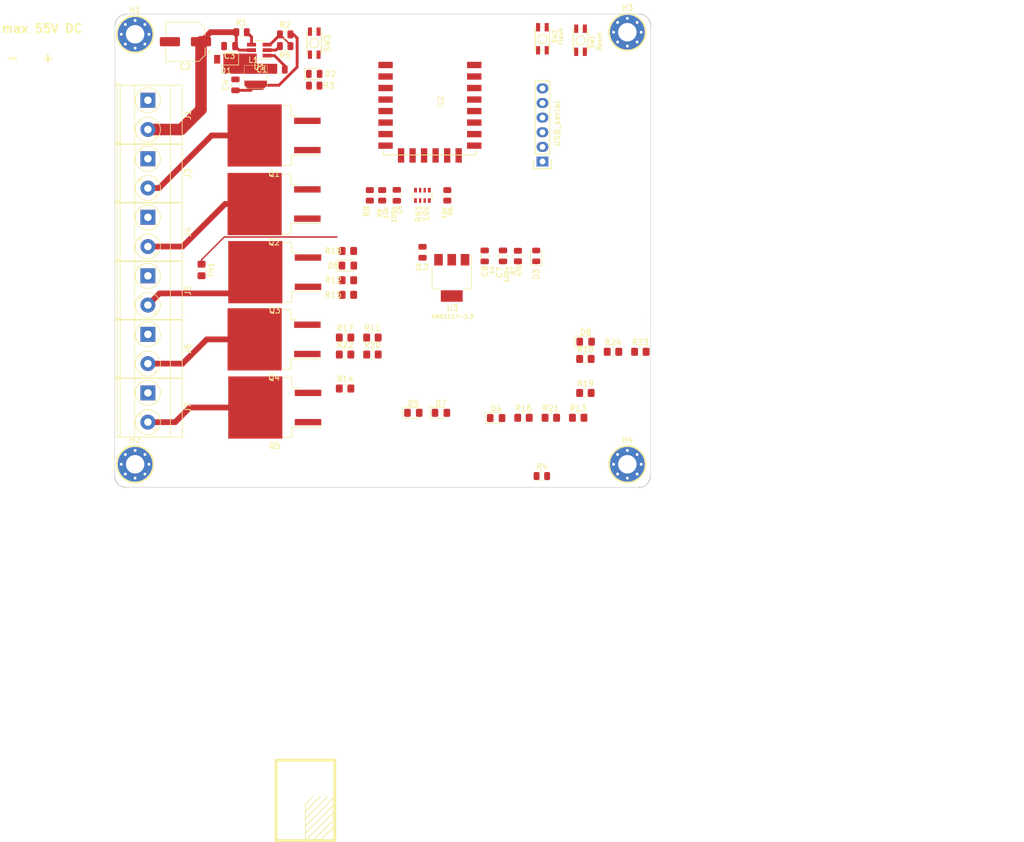
<source format=kicad_pcb>
(kicad_pcb (version 20211014) (generator pcbnew)
  (layers (0 "F.Cu" signal) (31 "B.Cu" signal) (34 "B.Paste" user) (35 "F.Paste" user) (36 "B.SilkS" user "B.Silkscreen") (37 "F.SilkS" user "F.Silkscreen") (38 "B.Mask" user) (39 "F.Mask" user) (44 "Edge.Cuts" user))
  (net 0 "")
  (net 1 "+3V3")
  (net 2 "GND")
  (net 3 "Net-(D2-Pad1)")
  (net 4 "VCC")
  (net 5 "Net-(D3-Pad1)")
  (net 6 "Chan_02")
  (net 7 "Net-(D4-Pad1)")
  (net 8 "Chan_01")
  (net 9 "Net-(D5-Pad1)")
  (net 10 "Chan_03")
  (net 11 "Net-(D6-Pad1)")
  (net 12 "Chan_05")
  (net 13 "Net-(D7-Pad1)")
  (net 14 "Chan_04")
  (net 15 "Net-(D8-Pad1)")
  (net 16 "Net-(J4-Pad2)")
  (net 17 "Net-(J5-Pad2)")
  (net 18 "Net-(J6-Pad2)")
  (net 19 "Net-(J7-Pad2)")
  (net 20 "Net-(Q3-Pad1)")
  (net 21 "Net-(R6-Pad2)")
  (net 22 "ADC_ON")
  (net 23 "ADC")
  (net 24 "Net-(RN1-Pad1)")
  (net 25 "Net-(RN1-Pad2)")
  (net 26 "Net-(RN1-Pad3)")
  (net 27 "RTS")
  (net 28 "RXD")
  (net 29 "TXD")
  (net 30 "CTS")
  (net 31 "Net-(RN1-Pad4)")
  (net 36 "+5V")
  (net 39 "/BST")
  (net 40 "Button")
  (net 41 "/SW")
  (net 42 "/EN")
  (net 43 "Net-(J3-Pad2)")
  (net 44 "/FB")
  (net 45 "Net-(Q1-Pad1)")
  (net 46 "Net-(Q2-Pad1)")
  (net 47 "Net-(Q4-Pad1)")
  (net 48 "Net-(Q5-Pad1)")
  (footprint "Resistor_SMD:R_0805_2012Metric_Pad1.20x1.40mm_HandSolder" (layer "F.Cu") (at 88.16 97.23)
    (fp_text reference "R22" (at 0 -1.65) (layer "F.SilkS"))
    (fp_text value "10k")
    (pad "1" smd roundrect (at -1 0) (size 1.2 1.4) (layers "F.Cu" "F.Paste" "F.Mask") (roundrect_rratio 0.208333) (net 2 "GND"))
    (pad "2" smd roundrect (at 1 0) (size 1.2 1.4) (layers "F.Cu" "F.Paste" "F.Mask") (roundrect_rratio 0.208333) (net 48 "Net-(Q5-Pad1)"))
  )
  (footprint "mycomponents:SW_SPST_MiniSMD" (layer "F.Cu") (at 128.778 42.672 90)
    (fp_text reference "SW1" (at -0.254 2.286 90) (layer "F.SilkS") (effects (font (size 0.75 0.75))))
    (fp_text value "Reset" (at -0.254 3.556 90) (layer "F.SilkS") (effects (font (size 0.75 0.75))))
    (pad "1" smd rect locked (at -2 -0.5 90) (size 1.45 0.7) (layers "F.Cu" "F.Paste" "F.Mask") (net 2 "GND"))
    (pad "1" smd rect locked (at 2 -0.5 90) (size 1.45 0.7) (layers "F.Cu" "F.Paste" "F.Mask") (net 2 "GND"))
    (pad "2" smd rect locked (at 2 1 90) (size 1.45 0.7) (layers "F.Cu" "F.Paste" "F.Mask") (net 24 "Net-(RN1-Pad1)"))
    (pad "2" smd rect locked (at -2 1 90) (size 1.45 0.7) (layers "F.Cu" "F.Paste" "F.Mask") (net 24 "Net-(RN1-Pad1)"))
  )
  (footprint "Package_TO_SOT_SMD:TO-263-2" (layer "F.Cu") (at 75.836 71.101 180)
    (fp_text reference "Q2" (at 0 -6.65) (layer "F.SilkS"))
    (fp_text value "DMTH6016LK3")
    (pad "1" smd rect (at -5.775 -2.54 180) (size 4.6 1.1) (layers "F.Cu" "F.Paste" "F.Mask") (net 46 "Net-(Q2-Pad1)"))
    (pad "2" smd rect (at 3.375 0 180) (size 9.4 10.8) (layers "F.Cu" "F.Mask") (net 16 "Net-(J4-Pad2)"))
    (pad "3" smd rect (at -5.775 2.54 180) (size 4.6 1.1) (layers "F.Cu" "F.Paste" "F.Mask") (net 2 "GND"))
  )
  (footprint "LED_SMD:LED_0805_2012Metric_Pad1.15x1.40mm_HandSolder" (layer "F.Cu") (at 104.801 107.349)
    (fp_text reference "D7" (at 0 -1.65) (layer "F.SilkS"))
    (fp_text value "red")
    (pad "1" smd roundrect (at -1.025 0) (size 1.15 1.4) (layers "F.Cu" "F.Paste" "F.Mask") (roundrect_rratio 0.217391) (net 13 "Net-(D7-Pad1)"))
    (pad "2" smd roundrect (at 1.025 0) (size 1.15 1.4) (layers "F.Cu" "F.Paste" "F.Mask") (roundrect_rratio 0.217391) (net 12 "Chan_05"))
  )
  (footprint "mycomponents:SW_SPST_MiniSMD" (layer "F.Cu") (at 122.159 42.41675 90)
    (fp_text reference "SW2" (at 0.381 2.413 90) (layer "F.SilkS") (effects (font (size 0.75 0.75))))
    (fp_text value "Flash" (at 0.381 3.429 90) (layer "F.SilkS") (effects (font (size 0.75 0.75))))
    (pad "1" smd rect locked (at -2 -0.5 90) (size 1.45 0.7) (layers "F.Cu" "F.Paste" "F.Mask") (net 2 "GND"))
    (pad "1" smd rect locked (at 2 -0.5 90) (size 1.45 0.7) (layers "F.Cu" "F.Paste" "F.Mask") (net 2 "GND"))
    (pad "2" smd rect locked (at 2 1 90) (size 1.45 0.7) (layers "F.Cu" "F.Paste" "F.Mask") (net 31 "Net-(RN1-Pad4)"))
    (pad "2" smd rect locked (at -2 1 90) (size 1.45 0.7) (layers "F.Cu" "F.Paste" "F.Mask") (net 31 "Net-(RN1-Pad4)"))
  )
  (footprint "LED_SMD:LED_0805_2012Metric_Pad1.15x1.40mm_HandSolder" (layer "F.Cu") (at 114.381 108.249)
    (fp_text reference "D4" (at 0 -1.65) (layer "F.SilkS"))
    (fp_text value "red")
    (pad "1" smd roundrect (at -1.025 0) (size 1.15 1.4) (layers "F.Cu" "F.Paste" "F.Mask") (roundrect_rratio 0.217391) (net 7 "Net-(D4-Pad1)"))
    (pad "2" smd roundrect (at 1.025 0) (size 1.15 1.4) (layers "F.Cu" "F.Paste" "F.Mask") (roundrect_rratio 0.217391) (net 6 "Chan_02"))
  )
  (footprint "mycomponents:SW_SPST_MiniSMD" (layer "F.Cu") (at 83.058 43.18 -90)
    (fp_text reference "SW3" (at 0 -2 90) (layer "F.SilkS"))
    (fp_text value "Button")
    (pad "1" smd rect locked (at 2 -0.5 270) (size 1.45 0.7) (layers "F.Cu" "F.Paste" "F.Mask") (net 40 "Button"))
    (pad "1" smd rect locked (at -2 -0.5 270) (size 1.45 0.7) (layers "F.Cu" "F.Paste" "F.Mask") (net 40 "Button"))
    (pad "2" smd rect locked (at -2 1 270) (size 1.45 0.7) (layers "F.Cu" "F.Paste" "F.Mask") (net 2 "GND"))
    (pad "2" smd rect locked (at 2 1 270) (size 1.45 0.7) (layers "F.Cu" "F.Paste" "F.Mask") (net 2 "GND"))
  )
  (footprint "Resistor_SMD:R_0805_2012Metric" (layer "F.Cu") (at 82.804 50.546)
    (fp_text reference "R3" (at 2.54 0) (layer "F.SilkS"))
    (fp_text value "470")
    (pad "1" smd roundrect (at -0.9125 0) (size 1.025 1.4) (layers "F.Cu" "F.Paste" "F.Mask") (roundrect_rratio 0.243902) (net 3 "Net-(D2-Pad1)"))
    (pad "2" smd roundrect (at 0.9125 0) (size 1.025 1.4) (layers "F.Cu" "F.Paste" "F.Mask") (roundrect_rratio 0.243902) (net 2 "GND"))
  )
  (footprint "TerminalBlock_Phoenix:TerminalBlock_Phoenix_MKDS-3-2-5.08_1x02_P5.08mm_Horizontal" (layer "F.Cu") (at 53.931 93.726 -90)
    (fp_text reference "J6" (at 2.54 -6.96 90) (layer "F.SilkS"))
    (fp_text value "Screw_Terminal_01x02")
    (pad "1" thru_hole rect (at 0 0 270) (size 2.6 2.6) (drill 1.3) (layers *.Cu *.Mask) (net 4 "VCC"))
    (pad "2" thru_hole circle (at 5.08 0 270) (size 2.6 2.6) (drill 1.3) (layers *.Cu *.Mask) (net 18 "Net-(J6-Pad2)"))
  )
  (footprint "Package_TO_SOT_SMD:SOT-23-6_Handsoldering" (layer "F.Cu") (at 73.271 44.389 180)
    (fp_text reference "U1" (at 0 -2.9) (layer "F.SilkS"))
    (fp_text value "MP2459")
    (pad "1" smd rect (at -1.35 -0.95 180) (size 1.56 0.65) (layers "F.Cu" "F.Paste" "F.Mask") (net 39 "/BST"))
    (pad "2" smd rect (at -1.35 0 180) (size 1.56 0.65) (layers "F.Cu" "F.Paste" "F.Mask") (net 2 "GND"))
    (pad "3" smd rect (at -1.35 0.95 180) (size 1.56 0.65) (layers "F.Cu" "F.Paste" "F.Mask") (net 44 "/FB"))
    (pad "4" smd rect (at 1.35 0.95 180) (size 1.56 0.65) (layers "F.Cu" "F.Paste" "F.Mask") (net 42 "/EN"))
    (pad "5" smd rect (at 1.35 0 180) (size 1.56 0.65) (layers "F.Cu" "F.Paste" "F.Mask") (net 4 "VCC"))
    (pad "6" smd rect (at 1.35 -0.95 180) (size 1.56 0.65) (layers "F.Cu" "F.Paste" "F.Mask") (net 41 "/SW"))
  )
  (footprint "Resistor_SMD:R_0805_2012Metric" (layer "F.Cu") (at 70.187 41.275)
    (fp_text reference "R1" (at 0 -1.65) (layer "F.SilkS"))
    (fp_text value "rf")
    (pad "1" smd roundrect (at -0.9125 0) (size 1.025 1.4) (layers "F.Cu" "F.Paste" "F.Mask") (roundrect_rratio 0.243902) (net 4 "VCC"))
    (pad "2" smd roundrect (at 0.9125 0) (size 1.025 1.4) (layers "F.Cu" "F.Paste" "F.Mask") (roundrect_rratio 0.243902) (net 42 "/EN"))
  )
  (footprint "TerminalBlock_Phoenix:TerminalBlock_Phoenix_MKDS-3-2-5.08_1x02_P5.08mm_Horizontal" (layer "F.Cu") (at 53.931 63.246 -90)
    (fp_text reference "J3" (at 2.54 -6.96 90) (layer "F.SilkS"))
    (fp_text value "Screw_Terminal_01x02")
    (pad "1" thru_hole rect (at 0 0 270) (size 2.6 2.6) (drill 1.3) (layers *.Cu *.Mask) (net 4 "VCC"))
    (pad "2" thru_hole circle (at 5.08 0 270) (size 2.6 2.6) (drill 1.3) (layers *.Cu *.Mask) (net 43 "Net-(J3-Pad2)"))
  )
  (footprint "Capacitor_SMD:C_0805_2012Metric" (layer "F.Cu") (at 115.57 80.112 -90)
    (fp_text reference "C7" (at 2.836 0.584 90) (layer "F.SilkS"))
    (fp_text value "100n" (at 3.217 -0.686 90) (layer "F.SilkS") (effects (font (size 0.75 0.75))))
    (pad "1" smd roundrect (at -0.95 0 270) (size 1 1.45) (layers "F.Cu" "F.Paste" "F.Mask") (net 1 "+3V3"))
    (pad "2" smd roundrect (at 0.95 0 270) (size 1 1.45) (layers "F.Cu" "F.Paste" "F.Mask") (net 2 "GND"))
  )
  (footprint "TerminalBlock_Phoenix:TerminalBlock_Phoenix_MKDS-3-2-5.08_1x02_P5.08mm_Horizontal" (layer "F.Cu") (at 53.931 103.886 -90)
    (fp_text reference "J7" (at 2.54 -6.96 90) (layer "F.SilkS"))
    (fp_text value "Screw_Terminal_01x02")
    (pad "1" thru_hole rect (at 0 0 270) (size 2.6 2.6) (drill 1.3) (layers *.Cu *.Mask) (net 4 "VCC"))
    (pad "2" thru_hole circle (at 5.08 0 270) (size 2.6 2.6) (drill 1.3) (layers *.Cu *.Mask) (net 19 "Net-(J7-Pad2)"))
  )
  (footprint "TerminalBlock_Phoenix:TerminalBlock_Phoenix_MKDS-3-2-5.08_1x02_P5.08mm_Horizontal" (layer "F.Cu") (at 53.931 73.406 -90)
    (fp_text reference "J4" (at 2.54 -6.96 90) (layer "F.SilkS"))
    (fp_text value "Screw_Terminal_01x02")
    (pad "1" thru_hole rect (at 0 0 270) (size 2.6 2.6) (drill 1.3) (layers *.Cu *.Mask) (net 4 "VCC"))
    (pad "2" thru_hole circle (at 5.08 0 270) (size 2.6 2.6) (drill 1.3) (layers *.Cu *.Mask) (net 16 "Net-(J4-Pad2)"))
  )
  (footprint "Package_TO_SOT_SMD:TO-263-2" (layer "F.Cu") (at 75.951 106.426 180)
    (fp_text reference "Q5" (at 0 -6.65) (layer "F.SilkS"))
    (fp_text value "DMTH6016LK3")
    (pad "1" smd rect (at -5.775 -2.54 180) (size 4.6 1.1) (layers "F.Cu" "F.Paste" "F.Mask") (net 48 "Net-(Q5-Pad1)"))
    (pad "2" smd rect (at 3.375 0 180) (size 9.4 10.8) (layers "F.Cu" "F.Mask") (net 19 "Net-(J7-Pad2)"))
    (pad "3" smd rect (at -5.775 2.54 180) (size 4.6 1.1) (layers "F.Cu" "F.Paste" "F.Mask") (net 2 "GND"))
  )
  (footprint "Capacitor_SMD:C_0805_2012Metric" (layer "F.Cu") (at 69.127 50.419 90)
    (fp_text reference "C4" (at 0 -1.68 90) (layer "F.SilkS"))
    (fp_text value "100n")
    (pad "1" smd roundrect (at -0.95 0 90) (size 1 1.45) (layers "F.Cu" "F.Paste" "F.Mask") (net 36 "+5V"))
    (pad "2" smd roundrect (at 0.95 0 90) (size 1 1.45) (layers "F.Cu" "F.Paste" "F.Mask") (net 2 "GND"))
  )
  (footprint "Resistor_SMD:R_0805_2012Metric" (layer "F.Cu") (at 77.763 43.688 180)
    (fp_text reference "R5" (at 0 -1.65) (layer "F.SilkS"))
    (fp_text value "rf")
    (pad "1" smd roundrect (at -0.9125 0 180) (size 1.025 1.4) (layers "F.Cu" "F.Paste" "F.Mask") (roundrect_rratio 0.243902) (net 44 "/FB"))
    (pad "2" smd roundrect (at 0.9125 0 180) (size 1.025 1.4) (layers "F.Cu" "F.Paste" "F.Mask") (roundrect_rratio 0.243902) (net 2 "GND"))
  )
  (footprint "Resistor_SMD:R_0805_2012Metric_Pad1.20x1.40mm_HandSolder" (layer "F.Cu") (at 129.876 97.994)
    (fp_text reference "R10" (at 0 -1.65) (layer "F.SilkS"))
    (fp_text value "22R")
    (pad "1" smd roundrect (at -1 0) (size 1.2 1.4) (layers "F.Cu" "F.Paste" "F.Mask") (roundrect_rratio 0.208333) (net 6 "Chan_02"))
    (pad "2" smd roundrect (at 1 0) (size 1.2 1.4) (layers "F.Cu" "F.Paste" "F.Mask") (roundrect_rratio 0.208333) (net 45 "Net-(Q1-Pad1)"))
  )
  (footprint "Resistor_SMD:R_0805_2012Metric_Pad1.20x1.40mm_HandSolder" (layer "F.Cu") (at 134.666 96.754)
    (fp_text reference "R24" (at 0 -1.65) (layer "F.SilkS"))
    (fp_text value "440")
    (pad "1" smd roundrect (at -1 0) (size 1.2 1.4) (layers "F.Cu" "F.Paste" "F.Mask") (roundrect_rratio 0.208333) (net 2 "GND"))
    (pad "2" smd roundrect (at 1 0) (size 1.2 1.4) (layers "F.Cu" "F.Paste" "F.Mask") (roundrect_rratio 0.208333) (net 15 "Net-(D8-Pad1)"))
  )
  (footprint "mycomponents:MountingHole_3.2mm_M3_Pad_Via_star" (layer "F.Cu") (at 137.16 116.28)
    (fp_text reference "H4" (at 0 -4.2) (layer "F.SilkS"))
    (fp_text value "MountingHole_Pad")
    (pad "" thru_hole circle locked (at 0 -2.4) (size 0.8 0.8) (drill 0.5) (layers *.Cu *.Mask))
    (pad "" thru_hole circle locked (at 1.697056 1.697056) (size 0.8 0.8) (drill 0.5) (layers *.Cu *.Mask))
    (pad "" thru_hole circle locked (at -2.4 0) (size 0.8 0.8) (drill 0.5) (layers *.Cu *.Mask))
    (pad "" thru_hole circle locked (at -1.697056 -1.697056) (size 0.8 0.8) (drill 0.5) (layers *.Cu *.Mask))
    (pad "" thru_hole circle locked (at 1.697056 -1.697056) (size 0.8 0.8) (drill 0.5) (layers *.Cu *.Mask))
    (pad "" thru_hole circle locked (at 0 2.4) (size 0.8 0.8) (drill 0.5) (layers *.Cu *.Mask))
    (pad "" thru_hole circle locked (at 2.4 0) (size 0.8 0.8) (drill 0.5) (layers *.Cu *.Mask))
    (pad "" thru_hole circle locked (at -1.697056 1.697056) (size 0.8 0.8) (drill 0.5) (layers *.Cu *.Mask))
    (pad "1" thru_hole circle locked (at 0 0) (size 6 6) (drill 3.2) (layers *.Cu) (net 2 "GND"))
  )
  (footprint "Capacitor_SMD:C_0805_2012Metric" (layer "F.Cu") (at 68.111 43.688 180)
    (fp_text reference "C3" (at 0 -1.68) (layer "F.SilkS"))
    (fp_text value "4.7u")
    (pad "1" smd roundrect (at -0.95 0 180) (size 1 1.45) (layers "F.Cu" "F.Paste" "F.Mask") (net 4 "VCC"))
    (pad "2" smd roundrect (at 0.95 0 180) (size 1 1.45) (layers "F.Cu" "F.Paste" "F.Mask") (net 2 "GND"))
  )
  (footprint "ESP8266:ESP-12E_SMD" (layer "F.Cu") (at 95.885 46.9665)
    (fp_text reference "U2" (at 8.89 6.35 90) (layer "F.SilkS"))
    (fp_text value "ESP-12E" hide)
    (pad "1" smd rect (at 0 0) (size 2.5 1.1) (drill (offset -0.7 0)) (layers "F.Cu" "F.Paste" "F.Mask") (net 24 "Net-(RN1-Pad1)"))
    (pad "2" smd rect (at 0 2) (size 2.5 1.1) (drill (offset -0.7 0)) (layers "F.Cu" "F.Paste" "F.Mask") (net 23 "ADC"))
    (pad "3" smd rect (at 0 4) (size 2.5 1.1) (drill (offset -0.7 0)) (layers "F.Cu" "F.Paste" "F.Mask") (net 25 "Net-(RN1-Pad2)"))
    (pad "4" smd rect (at 0 6) (size 2.5 1.1) (drill (offset -0.7 0)) (layers "F.Cu" "F.Paste" "F.Mask") (net 40 "Button"))
    (pad "5" smd rect (at 0 8) (size 2.5 1.1) (drill (offset -0.7 0)) (layers "F.Cu" "F.Paste" "F.Mask") (net 8 "Chan_01"))
    (pad "6" smd rect (at 0 10) (size 2.5 1.1) (drill (offset -0.7 0)) (layers "F.Cu" "F.Paste" "F.Mask") (net 6 "Chan_02"))
    (pad "7" smd rect (at 0 12) (size 2.5 1.1) (drill (offset -0.7 0)) (layers "F.Cu" "F.Paste" "F.Mask") (net 10 "Chan_03"))
    (pad "8" smd rect (at 0 14) (size 2.5 1.1) (drill (offset -0.7 0)) (layers "F.Cu" "F.Paste" "F.Mask") (net 1 "+3V3"))
    (pad "9" smd rect (at 14 14) (size 2.5 1.1) (drill (offset 0.7 0)) (layers "F.Cu" "F.Paste" "F.Mask") (net 2 "GND"))
    (pad "10" smd rect (at 14 12) (size 2.5 1.1) (drill (offset 0.7 0)) (layers "F.Cu" "F.Paste" "F.Mask") (net 21 "Net-(R6-Pad2)"))
    (pad "11" smd rect (at 14 10) (size 2.5 1.1) (drill (offset 0.7 0)) (layers "F.Cu" "F.Paste" "F.Mask") (net 26 "Net-(RN1-Pad3)"))
    (pad "12" smd rect (at 14 8) (size 2.5 1.1) (drill (offset 0.7 0)) (layers "F.Cu" "F.Paste" "F.Mask") (net 31 "Net-(RN1-Pad4)"))
    (pad "13" smd rect (at 14 6) (size 2.5 1.1) (drill (offset 0.7 0)) (layers "F.Cu" "F.Paste" "F.Mask") (net 12 "Chan_05"))
    (pad "14" smd rect (at 14 4) (size 2.5 1.1) (drill (offset 0.7 0)) (layers "F.Cu" "F.Paste" "F.Mask") (net 22 "ADC_ON"))
    (pad "15" smd rect (at 14 2) (size 2.5 1.1) (drill (offset 0.7 0)) (layers "F.Cu" "F.Paste" "F.Mask") (net 28 "RXD"))
    (pad "16" smd rect (at 14 0) (size 2.5 1.1) (drill (offset 0.7 0)) (layers "F.Cu" "F.Paste" "F.Mask") (net 29 "TXD"))
    (pad "17" smd rect (at 1.99 15 90) (size 2.5 1.1) (drill (offset -0.7 0)) (layers "F.Cu" "F.Paste" "F.Mask"))
    (pad "18" smd rect (at 3.99 15 90) (size 2.5 1.1) (drill (offset -0.7 0)) (layers "F.Cu" "F.Paste" "F.Mask"))
    (pad "19" smd rect (at 5.99 15 90) (size 2.5 1.1) (drill (offset -0.7 0)) (layers "F.Cu" "F.Paste" "F.Mask"))
    (pad "20" smd rect (at 7.99 15 90) (size 2.5 1.1) (drill (offset -0.7 0)) (layers "F.Cu" "F.Paste" "F.Mask"))
    (pad "21" smd rect (at 9.99 15 90) (size 2.5 1.1) (drill (offset -0.7 0)) (layers "F.Cu" "F.Paste" "F.Mask"))
    (pad "22" smd rect (at 11.99 15 90) (size 2.5 1.1) (drill (offset -0.7 0)) (layers "F.Cu" "F.Paste" "F.Mask"))
  )
  (footprint "mycomponents:Pin_Header_Straight_1x06_smaller" (layer "F.Cu") (at 122.428 63.726 180)
    (fp_text reference "J2" hide)
    (fp_text value "USB_serial" (at -2.54 6.576 90) (layer "F.SilkS"))
    (pad "1" thru_hole rect locked (at 0 0 180) (size 2.032 1.7272) (drill 1.016) (layers *.Cu *.Mask) (net 27 "RTS"))
    (pad "2" thru_hole oval locked (at 0 2.54 180) (size 2.032 1.7272) (drill 1.016) (layers *.Cu *.Mask) (net 28 "RXD"))
    (pad "3" thru_hole oval locked (at 0 5.08 180) (size 2.032 1.7272) (drill 1.016) (layers *.Cu *.Mask) (net 29 "TXD"))
    (pad "4" thru_hole oval locked (at 0 7.62 180) (size 2.032 1.7272) (drill 1.016) (layers *.Cu *.Mask) (net 1 "+3V3"))
    (pad "5" thru_hole oval locked (at 0 10.16 180) (size 2.032 1.7272) (drill 1.016) (layers *.Cu *.Mask) (net 30 "CTS"))
    (pad "6" thru_hole oval locked (at 0 12.7 180) (size 2.032 1.7272) (drill 1.016) (layers *.Cu *.Mask) (net 2 "GND"))
  )
  (footprint "Capacitor_SMD:C_0805_2012Metric" (layer "F.Cu") (at 101.6 79.477 -90)
    (fp_text reference "C6" (at 2.54 0.635 90) (layer "F.SilkS") (effects (font (size 0.7 0.7))))
    (fp_text value "1u" (at 2.54 -0.508 90) (layer "F.SilkS") (effects (font (size 0.75 0.75))))
    (pad "1" smd roundrect (at -0.95 0 270) (size 1 1.45) (layers "F.Cu" "F.Paste" "F.Mask") (net 36 "+5V"))
    (pad "2" smd roundrect (at 0.95 0 270) (size 1 1.45) (layers "F.Cu" "F.Paste" "F.Mask") (net 2 "GND"))
  )
  (footprint "Capacitor_SMD:C_0805_2012Metric" (layer "F.Cu") (at 97.14 69.59475 -90)
    (fp_text reference "C5" (at 2.54 -0.508 90) (layer "F.SilkS") (effects (font (size 0.75 0.75))))
    (fp_text value "100n" (at 3.302 0.508 90) (layer "F.SilkS") (effects (font (size 0.75 0.75))))
    (pad "1" smd roundrect (at -0.95 0 270) (size 1 1.45) (layers "F.Cu" "F.Paste" "F.Mask") (net 1 "+3V3"))
    (pad "2" smd roundrect (at 0.95 0 270) (size 1 1.45) (layers "F.Cu" "F.Paste" "F.Mask") (net 2 "GND"))
  )
  (footprint "Resistor_SMD:R_0805_2012Metric_Pad1.20x1.40mm_HandSolder" (layer "F.Cu") (at 63.246 82.55 -90)
    (fp_text reference "TH1" (at 0 -1.65 90) (layer "F.SilkS"))
    (fp_text value "NCP21WF104J03RA")
    (pad "1" smd roundrect (at -1 0 270) (size 1.2 1.4) (layers "F.Cu" "F.Paste" "F.Mask") (roundrect_rratio 0.208333) (net 23 "ADC"))
    (pad "2" smd roundrect (at 1 0 270) (size 1.2 1.4) (layers "F.Cu" "F.Paste" "F.Mask") (roundrect_rratio 0.208333) (net 2 "GND"))
  )
  (footprint "Diode_SMD:D_PowerDI-123" (layer "F.Cu") (at 67.476 45.974 180)
    (fp_text reference "D1" (at 0 -2) (layer "F.SilkS"))
    (fp_text value "SBR3U60P1-7")
    (pad "1" smd rect (at -0.85 0) (size 2.4 1.5) (layers "F.Cu" "F.Paste" "F.Mask") (net 41 "/SW"))
    (pad "2" smd rect (at 1.525 0) (size 1.05 1.5) (layers "F.Cu" "F.Paste" "F.Mask") (net 2 "GND"))
  )
  (footprint "TerminalBlock_Phoenix:TerminalBlock_Phoenix_MKDS-3-2-5.08_1x02_P5.08mm_Horizontal" (layer "F.Cu") (at 53.931 53.086 -90)
    (fp_text reference "J1" (at 2.54 -6.96 90) (layer "F.SilkS"))
    (fp_text value "Screw_Terminal_01x02")
    (pad "1" thru_hole rect (at 0 0 270) (size 2.6 2.6) (drill 1.3) (layers *.Cu *.Mask) (net 2 "GND"))
    (pad "2" thru_hole circle (at 5.08 0 270) (size 2.6 2.6) (drill 1.3) (layers *.Cu *.Mask) (net 4 "VCC"))
  )
  (footprint "Resistor_SMD:R_0805_2012Metric_Pad1.20x1.40mm_HandSolder" (layer "F.Cu") (at 88.646 86.868 180)
    (fp_text reference "R15" (at 2.54 0) (layer "F.SilkS"))
    (fp_text value "10k")
    (pad "1" smd roundrect (at -1 0 180) (size 1.2 1.4) (layers "F.Cu" "F.Paste" "F.Mask") (roundrect_rratio 0.208333) (net 2 "GND"))
    (pad "2" smd roundrect (at 1 0 180) (size 1.2 1.4) (layers "F.Cu" "F.Paste" "F.Mask") (roundrect_rratio 0.208333) (net 20 "Net-(Q3-Pad1)"))
  )
  (footprint "Resistor_SMD:R_0805_2012Metric_Pad1.20x1.40mm_HandSolder" (layer "F.Cu") (at 92.91 97.23)
    (fp_text reference "R20" (at 0 -1.65) (layer "F.SilkS"))
    (fp_text value "22R")
    (pad "1" smd roundrect (at -1 0) (size 1.2 1.4) (layers "F.Cu" "F.Paste" "F.Mask") (roundrect_rratio 0.208333) (net 14 "Chan_04"))
    (pad "2" smd roundrect (at 1 0) (size 1.2 1.4) (layers "F.Cu" "F.Paste" "F.Mask") (roundrect_rratio 0.208333) (net 48 "Net-(Q5-Pad1)"))
  )
  (footprint "mycomponents:TDK_VLCF4020" (layer "F.Cu") (at 70.691 51.2865)
    (fp_text reference "L1" (at 1.55 -5.2 unlocked) (layer "F.SilkS"))
    (fp_text value "15uh? VLCF4020T-150MR68")
    (fp_poly (pts (xy 0 -3.7) (xy 0.7 -4.5) (xy 3.2 -4.5) (xy 3.9 -3.7) (xy 3.9 -2.9) (xy 0 -2.9)) (layer "F.Cu") (width 0.01) (fill solid))
    (fp_poly (pts (xy 3.9 -0.8) (xy 3.2 0) (xy 0.7 0) (xy 0 -0.8) (xy 0 -1.6) (xy 3.9 -1.6)) (layer "F.Cu") (width 0.01) (fill solid))
    (pad "1" smd roundrect (at 1.95 -3.7) (size 3 1.524) (layers "F.Cu" "F.Paste" "F.Mask") (net 41 "/SW"))
    (pad "2" smd roundrect (at 1.95 -0.8) (size 3 1.524) (layers "F.Cu" "F.Paste" "F.Mask") (net 36 "+5V"))
  )
  (footprint "Resistor_SMD:R_0805_2012Metric" (layer "F.Cu") (at 94.6 69.59475 90)
    (fp_text reference "R9" (at -3.048 -0.381 90) (layer "F.SilkS") (effects (font (size 0.75 0.75))))
    (fp_text value "10k" (at -3.048 0.635 90) (layer "F.SilkS") (effects (font (size 0.75 0.75))))
    (pad "1" smd roundrect (at -0.9125 0 90) (size 1.025 1.4) (layers "F.Cu" "F.Paste" "F.Mask") (roundrect_rratio 0.243902439) (net 1 "+3V3"))
    (pad "2" smd roundrect (at 0.9125 0 90) (size 1.025 1.4) (layers "F.Cu" "F.Paste" "F.Mask") (roundrect_rratio 0.243902439) (net 40 "Button"))
  )
  (footprint "Resistor_SMD:R_0805_2012Metric_Pad1.20x1.40mm_HandSolder" (layer "F.Cu") (at 123.876 108.204)
    (fp_text reference "R21" (at 0 -1.65) (layer "F.SilkS"))
    (fp_text value "10k")
    (pad "1" smd roundrect (at -1 0) (size 1.2 1.4) (layers "F.Cu" "F.Paste" "F.Mask") (roundrect_rratio 0.208333) (net 2 "GND"))
    (pad "2" smd roundrect (at 1 0) (size 1.2 1.4) (layers "F.Cu" "F.Paste" "F.Mask") (roundrect_rratio 0.208333) (net 47 "Net-(Q4-Pad1)"))
  )
  (footprint "Resistor_SMD:R_0805_2012Metric" (layer "F.Cu") (at 77.763 41.656)
    (fp_text reference "R2" (at 0 -1.65) (layer "F.SilkS"))
    (fp_text value "rf")
    (pad "1" smd roundrect (at -0.9125 0) (size 1.025 1.4) (layers "F.Cu" "F.Paste" "F.Mask") (roundrect_rratio 0.243902) (net 44 "/FB"))
    (pad "2" smd roundrect (at 0.9125 0) (size 1.025 1.4) (layers "F.Cu" "F.Paste" "F.Mask") (roundrect_rratio 0.243902) (net 36 "+5V"))
  )
  (footprint "Capacitor_SMD:C_0805_2012Metric" (layer "F.Cu") (at 76.747 47.752 180)
    (fp_text reference "C1" (at 3.048 0) (layer "F.SilkS"))
    (fp_text value "100n 50V")
    (pad "1" smd roundrect (at -0.95 0 180) (size 1 1.45) (layers "F.Cu" "F.Paste" "F.Mask") (net 39 "/BST"))
    (pad "2" smd roundrect (at 0.95 0 180) (size 1 1.45) (layers "F.Cu" "F.Paste" "F.Mask") (net 41 "/SW"))
  )
  (footprint "Resistor_SMD:R_0805_2012Metric_Pad1.20x1.40mm_HandSolder" (layer "F.Cu") (at 92.91 94.28)
    (fp_text reference "R11" (at 0 -1.65) (layer "F.SilkS"))
    (fp_text value "22R")
    (pad "1" smd roundrect (at -1 0) (size 1.2 1.4) (layers "F.Cu" "F.Paste" "F.Mask") (roundrect_rratio 0.208333) (net 8 "Chan_01"))
    (pad "2" smd roundrect (at 1 0) (size 1.2 1.4) (layers "F.Cu" "F.Paste" "F.Mask") (roundrect_rratio 0.208333) (net 46 "Net-(Q2-Pad1)"))
  )
  (footprint "LED_SMD:LED_0805_2012Metric_Pad1.15x1.40mm_HandSolder" (layer "F.Cu") (at 100.011 107.349)
    (fp_text reference "D5" (at 0 -1.65) (layer "F.SilkS"))
    (fp_text value "red")
    (pad "1" smd roundrect (at -1.025 0) (size 1.15 1.4) (layers "F.Cu" "F.Paste" "F.Mask") (roundrect_rratio 0.217391) (net 9 "Net-(D5-Pad1)"))
    (pad "2" smd roundrect (at 1.025 0) (size 1.15 1.4) (layers "F.Cu" "F.Paste" "F.Mask") (roundrect_rratio 0.217391) (net 8 "Chan_01"))
  )
  (footprint "mycomponents:MountingHole_3.2mm_M3_Pad_Via_star" (layer "F.Cu") (at 51.71425 41.638)
    (fp_text reference "H1" (at 0 -4.2) (layer "F.SilkS"))
    (fp_text value "MountingHole_Pad")
    (pad "" thru_hole circle locked (at 1.697056 -1.697056) (size 0.8 0.8) (drill 0.5) (layers *.Cu *.Mask))
    (pad "" thru_hole circle locked (at -1.697056 -1.697056) (size 0.8 0.8) (drill 0.5) (layers *.Cu *.Mask))
    (pad "" thru_hole circle locked (at -2.4 0) (size 0.8 0.8) (drill 0.5) (layers *.Cu *.Mask))
    (pad "" thru_hole circle locked (at 0 -2.4) (size 0.8 0.8) (drill 0.5) (layers *.Cu *.Mask))
    (pad "" thru_hole circle locked (at 1.697056 1.697056) (size 0.8 0.8) (drill 0.5) (layers *.Cu *.Mask))
    (pad "" thru_hole circle locked (at -1.697056 1.697056) (size 0.8 0.8) (drill 0.5) (layers *.Cu *.Mask))
    (pad "" thru_hole circle locked (at 2.4 0) (size 0.8 0.8) (drill 0.5) (layers *.Cu *.Mask))
    (pad "" thru_hole circle locked (at 0 2.4) (size 0.8 0.8) (drill 0.5) (layers *.Cu *.Mask))
    (pad "1" thru_hole circle locked (at 0 0) (size 6 6) (drill 3.2) (layers *.Cu) (net 2 "GND"))
  )
  (footprint "Capacitor_SMD:CP_Elec_6.3x5.7" (layer "F.Cu") (at 60.452 42.926 180)
    (fp_text reference "C2" (at 0 -4.35) (layer "F.SilkS"))
    (fp_text value "EDK106M063S9GAA 10uF 60V")
    (pad "1" smd roundrect (at -2.7 0 180) (size 3.5 1.6) (layers "F.Cu" "F.Paste" "F.Mask") (roundrect_rratio 0.15625) (net 4 "VCC"))
    (pad "2" smd roundrect (at 2.7 0 180) (size 3.5 1.6) (layers "F.Cu" "F.Paste" "F.Mask") (roundrect_rratio 0.15625) (net 2 "GND"))
  )
  (footprint "mycomponents:MountingHole_3.2mm_M3_Pad_Via_star" (layer "F.Cu") (at 51.71425 116.28)
    (fp_text reference "H2" (at 0 -4.2) (layer "F.SilkS"))
    (fp_text value "MountingHole_Pad")
    (pad "" thru_hole circle locked (at -1.697056 -1.697056) (size 0.8 0.8) (drill 0.5) (layers *.Cu *.Mask))
    (pad "" thru_hole circle locked (at 1.697056 -1.697056) (size 0.8 0.8) (drill 0.5) (layers *.Cu *.Mask))
    (pad "" thru_hole circle locked (at 0 -2.4) (size 0.8 0.8) (drill 0.5) (layers *.Cu *.Mask))
    (pad "" thru_hole circle locked (at -2.4 0) (size 0.8 0.8) (drill 0.5) (layers *.Cu *.Mask))
    (pad "" thru_hole circle locked (at 2.4 0) (size 0.8 0.8) (drill 0.5) (layers *.Cu *.Mask))
    (pad "" thru_hole circle locked (at 0 2.4) (size 0.8 0.8) (drill 0.5) (layers *.Cu *.Mask))
    (pad "" thru_hole circle locked (at -1.697056 1.697056) (size 0.8 0.8) (drill 0.5) (layers *.Cu *.Mask))
    (pad "" thru_hole circle locked (at 1.697056 1.697056) (size 0.8 0.8) (drill 0.5) (layers *.Cu *.Mask))
    (pad "1" thru_hole circle locked (at 0 0) (size 6 6) (drill 3.2) (layers *.Cu) (net 2 "GND"))
  )
  (footprint "Resistor_SMD:R_0805_2012Metric_Pad1.20x1.40mm_HandSolder" (layer "F.Cu") (at 128.626 108.204)
    (fp_text reference "R13" (at 0 -1.65) (layer "F.SilkS"))
    (fp_text value "10k")
    (pad "1" smd roundrect (at -1 0) (size 1.2 1.4) (layers "F.Cu" "F.Paste" "F.Mask") (roundrect_rratio 0.208333) (net 2 "GND"))
    (pad "2" smd roundrect (at 1 0) (size 1.2 1.4) (layers "F.Cu" "F.Paste" "F.Mask") (roundrect_rratio 0.208333) (net 45 "Net-(Q1-Pad1)"))
  )
  (footprint "Package_TO_SOT_SMD:TO-263-2" (layer "F.Cu") (at 75.951 82.931 180)
    (fp_text reference "Q3" (at 0 -6.65) (layer "F.SilkS"))
    (fp_text value "DMTH6016LK3")
    (pad "1" smd rect (at -5.775 -2.54 180) (size 4.6 1.1) (layers "F.Cu" "F.Paste" "F.Mask") (net 20 "Net-(Q3-Pad1)"))
    (pad "2" smd rect (at 3.375 0 180) (size 9.4 10.8) (layers "F.Cu" "F.Mask") (net 17 "Net-(J5-Pad2)"))
    (pad "3" smd rect (at -5.775 2.54 180) (size 4.6 1.1) (layers "F.Cu" "F.Paste" "F.Mask") (net 2 "GND"))
  )
  (footprint "Resistor_SMD:R_0805_2012Metric_Pad1.20x1.40mm_HandSolder" (layer "F.Cu") (at 129.876 103.894)
    (fp_text reference "R19" (at 0 -1.65) (layer "F.SilkS"))
    (fp_text value "22R")
    (pad "1" smd roundrect (at -1 0) (size 1.2 1.4) (layers "F.Cu" "F.Paste" "F.Mask") (roundrect_rratio 0.208333) (net 12 "Chan_05"))
    (pad "2" smd roundrect (at 1 0) (size 1.2 1.4) (layers "F.Cu" "F.Paste" "F.Mask") (roundrect_rratio 0.208333) (net 47 "Net-(Q4-Pad1)"))
  )
  (footprint "LED_SMD:LED_0805_2012Metric_Pad1.15x1.40mm_HandSolder" (layer "F.Cu") (at 88.646 81.788)
    (fp_text reference "D6" (at -2.54 0) (layer "F.SilkS"))
    (fp_text value "red")
    (pad "1" smd roundrect (at -1.025 0) (size 1.15 1.4) (layers "F.Cu" "F.Paste" "F.Mask") (roundrect_rratio 0.217391) (net 11 "Net-(D6-Pad1)"))
    (pad "2" smd roundrect (at 1.025 0) (size 1.15 1.4) (layers "F.Cu" "F.Paste" "F.Mask") (roundrect_rratio 0.217391) (net 10 "Chan_03"))
  )
  (footprint "Resistor_SMD:R_0805_2012Metric_Pad1.20x1.40mm_HandSolder" (layer "F.Cu") (at 88.16 94.28)
    (fp_text reference "R17" (at 0 -1.65) (layer "F.SilkS"))
    (fp_text value "440")
    (pad "1" smd roundrect (at -1 0) (size 1.2 1.4) (layers "F.Cu" "F.Paste" "F.Mask") (roundrect_rratio 0.208333) (net 2 "GND"))
    (pad "2" smd roundrect (at 1 0) (size 1.2 1.4) (layers "F.Cu" "F.Paste" "F.Mask") (roundrect_rratio 0.208333) (net 9 "Net-(D5-Pad1)"))
  )
  (footprint "Resistor_SMD:R_0805_2012Metric" (layer "F.Cu") (at 105.903 69.59475 90)
    (fp_text reference "R6" (at -2.7705 0.508 90) (layer "F.SilkS") (effects (font (size 0.75 0.75))))
    (fp_text value "10k" (at -3.0245 -0.508 90) (layer "F.SilkS") (effects (font (size 0.75 0.75))))
    (pad "1" smd roundrect (at -0.9125 0 90) (size 1.025 1.4) (layers "F.Cu" "F.Paste" "F.Mask") (roundrect_rratio 0.243902439) (net 2 "GND"))
    (pad "2" smd roundrect (at 0.9125 0 90) (size 1.025 1.4) (layers "F.Cu" "F.Paste" "F.Mask") (roundrect_rratio 0.243902439) (net 21 "Net-(R6-Pad2)"))
  )
  (footprint "Resistor_SMD:R_0805_2012Metric" (layer "F.Cu") (at 122.316 118.324)
    (fp_text reference "R4" (at 0 -1.65) (layer "F.SilkS"))
    (fp_text value "rf")
    (pad "1" smd roundrect (at -0.9125 0) (size 1.025 1.4) (layers "F.Cu" "F.Paste" "F.Mask") (roundrect_rratio 0.243902) (net 42 "/EN"))
    (pad "2" smd roundrect (at 0.9125 0) (size 1.025 1.4) (layers "F.Cu" "F.Paste" "F.Mask") (roundrect_rratio 0.243902) (net 2 "GND"))
  )
  (footprint "Resistor_SMD:R_0805_2012Metric_Pad1.20x1.40mm_HandSolder" (layer "F.Cu") (at 139.416 96.754)
    (fp_text reference "R23" (at 0 -1.65) (layer "F.SilkS"))
    (fp_text value "440")
    (pad "1" smd roundrect (at -1 0) (size 1.2 1.4) (layers "F.Cu" "F.Paste" "F.Mask") (roundrect_rratio 0.208333) (net 2 "GND"))
    (pad "2" smd roundrect (at 1 0) (size 1.2 1.4) (layers "F.Cu" "F.Paste" "F.Mask") (roundrect_rratio 0.208333) (net 13 "Net-(D7-Pad1)"))
  )
  (footprint "Resistor_SMD:R_0805_2012Metric_Pad1.20x1.40mm_HandSolder" (layer "F.Cu") (at 119.126 108.204)
    (fp_text reference "R16" (at 0 -1.65) (layer "F.SilkS"))
    (fp_text value "440")
    (pad "1" smd roundrect (at -1 0) (size 1.2 1.4) (layers "F.Cu" "F.Paste" "F.Mask") (roundrect_rratio 0.208333) (net 2 "GND"))
    (pad "2" smd roundrect (at 1 0) (size 1.2 1.4) (layers "F.Cu" "F.Paste" "F.Mask") (roundrect_rratio 0.208333) (net 7 "Net-(D4-Pad1)"))
  )
  (footprint "Capacitor_SMD:C_0805_2012Metric" (layer "F.Cu") (at 112.395 80.112 -90)
    (fp_text reference "C8" (at 2.667 0 90) (layer "F.SilkS"))
    (fp_text value "1u" (at 2.455 -1.194 90) (layer "F.SilkS") (effects (font (size 0.75 0.75))))
    (pad "1" smd roundrect (at -0.95 0 270) (size 1 1.45) (layers "F.Cu" "F.Paste" "F.Mask") (net 1 "+3V3"))
    (pad "2" smd roundrect (at 0.95 0 270) (size 1 1.45) (layers "F.Cu" "F.Paste" "F.Mask") (net 2 "GND"))
  )
  (footprint "Resistor_SMD:R_0805_2012Metric_Pad1.20x1.40mm_HandSolder" (layer "F.Cu") (at 88.16 103.13)
    (fp_text reference "R14" (at 0 -1.65) (layer "F.SilkS"))
    (fp_text value "10k")
    (pad "1" smd roundrect (at -1 0) (size 1.2 1.4) (layers "F.Cu" "F.Paste" "F.Mask") (roundrect_rratio 0.208333) (net 2 "GND"))
    (pad "2" smd roundrect (at 1 0) (size 1.2 1.4) (layers "F.Cu" "F.Paste" "F.Mask") (roundrect_rratio 0.208333) (net 46 "Net-(Q2-Pad1)"))
  )
  (footprint "Resistor_SMD:R_Array_Convex_4x0603" (layer "F.Cu") (at 101.585 69.59475 -90)
    (fp_text reference "RN1" (at 3.175 0.635 90) (layer "F.SilkS"))
    (fp_text value "10k" (at 3.175 -0.635 90) (layer "F.SilkS"))
    (pad "1" smd rect (at -0.9 -1.2 270) (size 0.8 0.5) (layers "F.Cu" "F.Paste" "F.Mask") (net 24 "Net-(RN1-Pad1)"))
    (pad "2" smd rect (at -0.9 -0.4 270) (size 0.8 0.4) (layers "F.Cu" "F.Paste" "F.Mask") (net 25 "Net-(RN1-Pad2)"))
    (pad "3" smd rect (at -0.9 0.4 270) (size 0.8 0.4) (layers "F.Cu" "F.Paste" "F.Mask") (net 26 "Net-(RN1-Pad3)"))
    (pad "4" smd rect (at -0.9 1.2 270) (size 0.8 0.5) (layers "F.Cu" "F.Paste" "F.Mask") (net 31 "Net-(RN1-Pad4)"))
    (pad "5" smd rect (at 0.9 1.2 270) (size 0.8 0.5) (layers "F.Cu" "F.Paste" "F.Mask") (net 1 "+3V3"))
    (pad "6" smd rect (at 0.9 0.4 270) (size 0.8 0.4) (layers "F.Cu" "F.Paste" "F.Mask") (net 1 "+3V3"))
    (pad "7" smd rect (at 0.9 -0.4 270) (size 0.8 0.4) (layers "F.Cu" "F.Paste" "F.Mask") (net 1 "+3V3"))
    (pad "8" smd rect (at 0.9 -1.2 270) (size 0.8 0.5) (layers "F.Cu" "F.Paste" "F.Mask") (net 1 "+3V3"))
  )
  (footprint "Resistor_SMD:R_0805_2012Metric_Pad1.20x1.40mm_HandSolder" (layer "F.Cu") (at 88.646 79.248 180)
    (fp_text reference "R18" (at 2.54 0) (layer "F.SilkS"))
    (fp_text value "440")
    (pad "1" smd roundrect (at -1 0 180) (size 1.2 1.4) (layers "F.Cu" "F.Paste" "F.Mask") (roundrect_rratio 0.208333) (net 2 "GND"))
    (pad "2" smd roundrect (at 1 0 180) (size 1.2 1.4) (layers "F.Cu" "F.Paste" "F.Mask") (roundrect_rratio 0.208333) (net 11 "Net-(D6-Pad1)"))
  )
  (footprint "TerminalBlock_Phoenix:TerminalBlock_Phoenix_MKDS-3-2-5.08_1x02_P5.08mm_Horizontal" (layer "F.Cu") (at 53.931 83.566 -90)
    (fp_text reference "J5" (at 2.54 -6.96 90) (layer "F.SilkS"))
    (fp_text value "Screw_Terminal_01x02")
    (pad "1" thru_hole rect (at 0 0 270) (size 2.6 2.6) (drill 1.3) (layers *.Cu *.Mask) (net 4 "VCC"))
    (pad "2" thru_hole circle (at 5.08 0 270) (size 2.6 2.6) (drill 1.3) (layers *.Cu *.Mask) (net 17 "Net-(J5-Pad2)"))
  )
  (footprint "Resistor_SMD:R_0805_2012Metric" (layer "F.Cu") (at 92.456 69.596 90)
    (fp_text reference "R8" (at -2.794 -0.508 90) (layer "F.SilkS"))
    (fp_text value "150k")
    (pad "1" smd roundrect (at -0.9125 0 90) (size 1.025 1.4) (layers "F.Cu" "F.Paste" "F.Mask") (roundrect_rratio 0.243902) (net 22 "ADC_ON"))
    (pad "2" smd roundrect (at 0.9125 0 90) (size 1.025 1.4) (layers "F.Cu" "F.Paste" "F.Mask") (roundrect_rratio 0.243902) (net 23 "ADC"))
  )
  (footprint "LED_SMD:LED_0805_2012Metric" (layer "F.Cu") (at 121.336 80.1055 90)
    (fp_text reference "D3" (at -3.175 0 90) (layer "F.SilkS"))
    (fp_text value "3V3_pwr")
    (pad "1" smd roundrect (at -0.9375 0 90) (size 0.975 1.4) (layers "F.Cu" "F.Paste" "F.Mask") (net 5 "Net-(D3-Pad1)"))
    (pad "2" smd roundrect (at 0.9375 0 90) (size 0.975 1.4) (layers "F.Cu" "F.Paste" "F.Mask") (net 1 "+3V3"))
  )
  (footprint "Resistor_SMD:R_0805_2012Metric_Pad1.20x1.40mm_HandSolder" (layer "F.Cu") (at 88.646 84.328 180)
    (fp_text reference "R12" (at 2.54 0) (layer "F.SilkS"))
    (fp_text value "22R")
    (pad "1" smd roundrect (at -1 0 180) (size 1.2 1.4) (layers "F.Cu" "F.Paste" "F.Mask") (roundrect_rratio 0.208333) (net 10 "Chan_03"))
    (pad "2" smd roundrect (at 1 0 180) (size 1.2 1.4) (layers "F.Cu" "F.Paste" "F.Mask") (roundrect_rratio 0.208333) (net 20 "Net-(Q3-Pad1)"))
  )
  (footprint "mycomponents:MountingHole_3.2mm_M3_Pad_Via_star" (layer "F.Cu") (at 137.16 41.28)
    (fp_text reference "H3" (at 0 -4.2) (layer "F.SilkS"))
    (fp_text value "MountingHole_Pad")
    (pad "" thru_hole circle locked (at -2.4 0) (size 0.8 0.8) (drill 0.5) (layers *.Cu *.Mask))
    (pad "" thru_hole circle locked (at 1.697056 1.697056) (size 0.8 0.8) (drill 0.5) (layers *.Cu *.Mask))
    (pad "" thru_hole circle locked (at 0 -2.4) (size 0.8 0.8) (drill 0.5) (layers *.Cu *.Mask))
    (pad "" thru_hole circle locked (at -1.697056 1.697056) (size 0.8 0.8) (drill 0.5) (layers *.Cu *.Mask))
    (pad "" thru_hole circle locked (at 2.4 0) (size 0.8 0.8) (drill 0.5) (layers *.Cu *.Mask))
    (pad "" thru_hole circle locked (at 0 2.4) (size 0.8 0.8) (drill 0.5) (layers *.Cu *.Mask))
    (pad "" thru_hole circle locked (at -1.697056 -1.697056) (size 0.8 0.8) (drill 0.5) (layers *.Cu *.Mask))
    (pad "" thru_hole circle locked (at 1.697056 -1.697056) (size 0.8 0.8) (drill 0.5) (layers *.Cu *.Mask))
    (pad "1" thru_hole circle locked (at 0 0) (size 6 6) (drill 3.2) (layers *.Cu) (net 2 "GND"))
  )
  (footprint "Package_TO_SOT_SMD:SOT-223-3_TabPin2" (layer "F.Cu") (at 106.68 83.922 -90)
    (fp_text reference "U3" (at 5.207 -0.127 180) (layer "F.SilkS"))
    (fp_text value "AMS1117-3.3" (at 6.731 -0.127 180) (layer "F.SilkS") (effects (font (size 0.7 0.7))))
    (pad "1" smd rect (at -3.15 -2.3 270) (size 2 1.5) (layers "F.Cu" "F.Paste" "F.Mask") (net 2 "GND"))
    (pad "2" smd rect (at 3.15 0 270) (size 2 3.8) (layers "F.Cu" "F.Paste" "F.Mask") (net 1 "+3V3"))
    (pad "2" smd rect (at -3.15 0 270) (size 2 1.5) (layers "F.Cu" "F.Paste" "F.Mask") (net 1 "+3V3"))
    (pad "3" smd rect (at -3.15 2.3 270) (size 2 1.5) (layers "F.Cu" "F.Paste" "F.Mask") (net 36 "+5V"))
  )
  (footprint "Resistor_SMD:R_0805_2012Metric" (layer "F.Cu") (at 118.161 80.1305 -90)
    (fp_text reference "R7" (at 2.54 0.762 90) (layer "F.SilkS") (effects (font (size 0.75 0.75))))
    (fp_text value "470" (at 2.54 -0.254 90) (layer "F.SilkS") (effects (font (size 0.75 0.75))))
    (pad "1" smd roundrect (at -0.9125 0 270) (size 1.025 1.4) (layers "F.Cu" "F.Paste" "F.Mask") (roundrect_rratio 0.243902439) (net 5 "Net-(D3-Pad1)"))
    (pad "2" smd roundrect (at 0.9125 0 270) (size 1.025 1.4) (layers "F.Cu" "F.Paste" "F.Mask") (roundrect_rratio 0.243902439) (net 2 "GND"))
  )
  (footprint "Package_TO_SOT_SMD:TO-263-2" (layer "F.Cu") (at 75.836 94.596 180)
    (fp_text reference "Q4" (at 0 -6.65) (layer "F.SilkS"))
    (fp_text value "DMTH6016LK3")
    (pad "1" smd rect (at -5.775 -2.54 180) (size 4.6 1.1) (layers "F.Cu" "F.Paste" "F.Mask") (net 47 "Net-(Q4-Pad1)"))
    (pad "2" smd rect (at 3.375 0 180) (size 9.4 10.8) (layers "F.Cu" "F.Mask") (net 18 "Net-(J6-Pad2)"))
    (pad "3" smd rect (at -5.775 2.54 180) (size 4.6 1.1) (layers "F.Cu" "F.Paste" "F.Mask") (net 2 "GND"))
  )
  (footprint "LED_SMD:LED_0805_2012Metric_Pad1.15x1.40mm_HandSolder" (layer "F.Cu") (at 129.921 94.999)
    (fp_text reference "D8" (at 0 -1.65) (layer "F.SilkS"))
    (fp_text value "red")
    (pad "1" smd roundrect (at -1.025 0) (size 1.15 1.4) (layers "F.Cu" "F.Paste" "F.Mask") (roundrect_rratio 0.217391) (net 15 "Net-(D8-Pad1)"))
    (pad "2" smd roundrect (at 1.025 0) (size 1.15 1.4) (layers "F.Cu" "F.Paste" "F.Mask") (roundrect_rratio 0.217391) (net 14 "Chan_04"))
  )
  (footprint "Package_TO_SOT_SMD:TO-263-2" (layer "F.Cu") (at 75.836 59.201 180)
    (fp_text reference "Q1" (at 0 -6.65) (layer "F.SilkS"))
    (fp_text value "DMTH6016LK3")
    (pad "1" smd rect (at -5.775 -2.54 180) (size 4.6 1.1) (layers "F.Cu" "F.Paste" "F.Mask") (net 45 "Net-(Q1-Pad1)"))
    (pad "2" smd rect (at 3.375 0 180) (size 9.4 10.8) (layers "F.Cu" "F.Mask") (net 43 "Net-(J3-Pad2)"))
    (pad "3" smd rect (at -5.775 2.54 180) (size 4.6 1.1) (layers "F.Cu" "F.Paste" "F.Mask") (net 2 "GND"))
  )
  (footprint "LED_SMD:LED_0805_2012Metric" (layer "F.Cu") (at 82.804 48.514)
    (fp_text reference "D2" (at 2.794 0) (layer "F.SilkS"))
    (fp_text value "5V_pwr")
    (pad "1" smd roundrect (at -0.9375 0) (size 0.975 1.4) (layers "F.Cu" "F.Paste" "F.Mask") (net 3 "Net-(D2-Pad1)"))
    (pad "2" smd roundrect (at 0.9375 0) (size 0.975 1.4) (layers "F.Cu" "F.Paste" "F.Mask") (net 36 "+5V"))
  )
  (gr_rect (start 76.283 46.863) (end 70.695 48.387) (layer "F.Cu") (width 0.2) (fill solid))
  (gr_rect (start 72.727 45.085) (end 67.139 48.387) (layer "F.Cu") (width 0.2) (fill solid))
  (gr_line (start 81.28 175.26) (end 81.28 181.61) (layer "F.SilkS") (width 0.15))
  (gr_line (start 83.82 177.8) (end 86.36 175.26) (layer "F.SilkS") (width 0.15))
  (gr_line (start 83.82 179.07) (end 86.36 176.53) (layer "F.SilkS") (width 0.15))
  (gr_line (start 83.82 181.61) (end 86.36 179.07) (layer "F.SilkS") (width 0.15))
  (gr_line (start 81.28 181.61) (end 83.82 179.07) (layer "F.SilkS") (width 0.15))
  (gr_line (start 83.82 180.34) (end 86.36 177.8) (layer "F.SilkS") (width 0.15))
  (gr_line (start 83.82 175.26) (end 85.09 173.99) (layer "F.SilkS") (width 0.15))
  (gr_line (start 81.28 180.34) (end 83.82 177.8) (layer "F.SilkS") (width 0.15))
  (gr_line (start 81.28 179.07) (end 83.82 176.53) (layer "F.SilkS") (width 0.15))
  (gr_line (start 81.28 175.26) (end 82.55 173.99) (layer "F.SilkS") (width 0.15))
  (gr_line (start 83.82 176.53) (end 86.36 173.99) (layer "F.SilkS") (width 0.15))
  (gr_rect (start 76.2 167.64) (end 86.36 181.61) (layer "F.SilkS") (width 0.5) (fill none))
  (gr_line (start 82.55 181.61) (end 85.09 179.07) (layer "F.SilkS") (width 0.15))
  (gr_line (start 81.28 177.8) (end 83.82 175.26) (layer "F.SilkS") (width 0.15))
  (gr_line (start 81.28 176.53) (end 83.82 173.99) (layer "F.SilkS") (width 0.15))
  (gr_arc (start 141.16 118.28) (mid 140.574228 119.694228) (end 139.16 120.28) (layer "Edge.Cuts") (width 0.2))
  (gr_line (start 139.16 120.28) (end 50.16 120.28) (layer "Edge.Cuts") (width 0.1))
  (gr_line (start 50.21425 38.138) (end 139.21425 38.138) (layer "Edge.Cuts") (width 0.1))
  (gr_line (start 48.16 118.28) (end 48.21425 40.138) (layer "Edge.Cuts") (width 0.1))
  (gr_arc (start 50.16 120.28) (mid 48.745772 119.694228) (end 48.16 118.28) (layer "Edge.Cuts") (width 0.2))
  (gr_arc (start 139.21425 38.138) (mid 140.628478 38.723772) (end 141.21425 40.138) (layer "Edge.Cuts") (width 0.2))
  (gr_line (start 141.21425 40.138) (end 141.16 118.28) (layer "Edge.Cuts") (width 0.1))
  (gr_arc (start 48.21425 40.138) (mid 48.800036 38.723786) (end 50.21425 38.138) (layer "Edge.Cuts") (width 0.2))
  (gr_text "-" (at 30.48 45.72) (layer "F.SilkS") (effects (font (size 1.5 1.5) (thickness 0.3))))
  (gr_text "max 55V DC" (at 35.56 40.64) (layer "F.SilkS") (effects (font (size 1.5 1.5) (thickness 0.3))))
  (gr_text "+" (at 36.576 45.72) (layer "F.SilkS") (effects (font (size 1.5 1.5) (thickness 0.3))))
  (segment (start 76.1495 44.389) (end 76.8505 43.688) (width 0.5) (layer "F.Cu") (net 2))
  (segment (start 74.621 44.389) (end 76.1495 44.389) (width 0.5) (layer "F.Cu") (net 2))
  (segment (start 69.2745 41.275) (end 69.2745 43.4745) (width 0.5) (layer "F.Cu") (net 4))
  (segment (start 63.152 54.704) (end 63.152 42.926) (width 2) (layer "F.Cu") (net 4))
  (segment (start 69.061 43.688) (end 69.762 44.389) (width 0.5) (layer "F.Cu") (net 4))
  (segment (start 69.2745 43.4745) (end 69.061 43.688) (width 0.5) (layer "F.Cu") (net 4))
  (segment (start 64.803 41.275) (end 69.2745 41.275) (width 1) (layer "F.Cu") (net 4))
  (segment (start 59.69 58.166) (end 63.152 54.704) (width 2) (layer "F.Cu") (net 4))
  (segment (start 63.152 42.926) (end 64.803 41.275) (width 1) (layer "F.Cu") (net 4))
  (segment (start 69.2745 41.275) (end 67.139 41.275) (width 0.5) (layer "F.Cu") (net 4))
  (segment (start 53.931 58.166) (end 59.69 58.166) (width 2) (layer "F.Cu") (net 4))
  (segment (start 69.762 44.389) (end 71.921 44.389) (width 0.5) (layer "F.Cu") (net 4))
  (segment (start 67.329 71.101) (end 59.944 78.486) (width 1) (layer "F.Cu") (net 16))
  (segment (start 59.944 78.486) (end 53.931 78.486) (width 1) (layer "F.Cu") (net 16))
  (segment (start 72.461 71.101) (end 67.329 71.101) (width 1) (layer "F.Cu") (net 16))
  (segment (start 55.963 86.614) (end 53.931 88.646) (width 1) (layer "F.Cu") (net 17))
  (segment (start 68.893 86.614) (end 55.963 86.614) (width 1) (layer "F.Cu") (net 17))
  (segment (start 72.576 82.931) (end 68.893 86.614) (width 1) (layer "F.Cu") (net 17))
  (segment (start 59.944 98.806) (end 53.931 98.806) (width 1) (layer "F.Cu") (net 18))
  (segment (start 72.461 94.596) (end 64.154 94.596) (width 1) (layer "F.Cu") (net 18))
  (segment (start 64.154 94.596) (end 59.944 98.806) (width 1) (layer "F.Cu") (net 18))
  (segment (start 53.931 108.966) (end 58.674 108.966) (width 1) (layer "F.Cu") (net 19))
  (segment (start 61.214 106.426) (end 72.576 106.426) (width 1) (layer "F.Cu") (net 19))
  (segment (start 58.674 108.966) (end 61.214 106.426) (width 1) (layer "F.Cu") (net 19))
  (segment (start 67.192 76.826) (end 86.75 76.826) (width 0.25) (layer "F.Cu") (net 23))
  (segment (start 63.246 80.772) (end 67.192 76.826) (width 0.25) (layer "F.Cu") (net 23))
  (segment (start 63.246 81.55) (end 63.246 80.772) (width 0.25) (layer "F.Cu") (net 23))
  (segment (start 79.839 42.291) (end 79.839 47.324949) (width 0.5) (layer "F.Cu") (net 36))
  (segment (start 69.127 51.369) (end 71.7585 51.369) (width 0.5) (layer "F.Cu") (net 36))
  (segment (start 78.6755 41.656) (end 79.204 41.656) (width 0.5) (layer "F.Cu") (net 36))
  (segment (start 71.7585 51.369) (end 72.641 50.4865) (width 0.5) (layer "F.Cu") (net 36))
  (segment (start 79.839 47.324949) (end 76.677449 50.4865) (width 0.5) (layer "F.Cu") (net 36))
  (segment (start 79.204 41.656) (end 79.839 42.291) (width 0.5) (layer "F.Cu") (net 36))
  (segment (start 76.677449 50.4865) (end 72.641 50.4865) (width 0.5) (layer "F.Cu") (net 36))
  (segment (start 74.621 45.339) (end 75.901 45.339) (width 0.5) (layer "F.Cu") (net 39))
  (segment (start 75.901 45.339) (end 77.697 47.135) (width 0.5) (layer "F.Cu") (net 39))
  (segment (start 77.697 47.135) (end 77.697 47.752) (width 0.5) (layer "F.Cu") (net 39))
  (segment (start 71.921 42.0965) (end 71.0995 41.275) (width 0.5) (layer "F.Cu") (net 42))
  (segment (start 71.921 43.439) (end 71.921 42.0965) (width 0.5) (layer "F.Cu") (net 42))
  (segment (start 53.931 68.326) (end 55.88 68.326) (width 1) (layer "F.Cu") (net 43))
  (segment (start 65.005 59.201) (end 72.461 59.201) (width 1) (layer "F.Cu") (net 43))
  (segment (start 55.88 68.326) (end 65.005 59.201) (width 1) (layer "F.Cu") (net 43))
  (segment (start 76.8505 41.7235) (end 76.8505 41.656) (width 0.5) (layer "F.Cu") (net 44))
  (segment (start 75.135 43.439) (end 76.8505 41.7235) (width 0.5) (layer "F.Cu") (net 44))
  (segment (start 74.621 43.439) (end 75.135 43.439) (width 0.5) (layer "F.Cu") (net 44))
  (segment (start 78.6755 43.481) (end 76.8505 41.656) (width 0.3) (layer "F.Cu") (net 44))
  (segment (start 78.6755 43.688) (end 78.6755 43.481) (width 0.3) (layer "F.Cu") (net 44))
)
</source>
